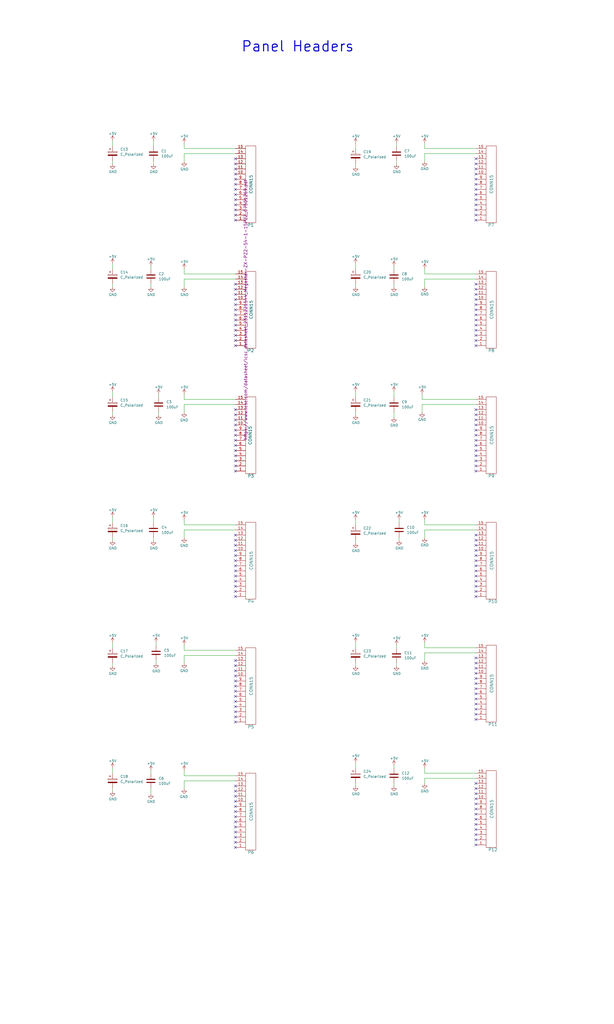
<source format=kicad_sch>
(kicad_sch (version 20231120) (generator "eeschema") (generator_version "8.0")
  (paper "User" 304.8 508)
  (lib_symbols
    (symbol "Device:C" (pin_numbers hide) (pin_names (offset 0.254))
      (property "Reference" "C" (at 0.635 2.54 0))
      (property "Value" "C" (at 0.635 -2.54 0))
      (symbol "C_0_1"
        (polyline (pts (xy -2.032 -0.762) (xy 2.032 -0.762)) (stroke (width 0.508)))
        (polyline (pts (xy -2.032 0.762) (xy 2.032 0.762)) (stroke (width 0.508)))
      )
      (symbol "C_1_1"
        (pin passive line (at 0 3.81 270) (length 2.794) (name "~") (number "1"))
        (pin passive line (at 0 -3.81 90) (length 2.794) (name "~") (number "2"))
      )
    )
    (symbol "Device:C_Polarized" (pin_numbers hide) (pin_names (offset 0.254))
      (property "Reference" "C" (at 0.635 2.54 0))
      (property "Value" "C_Polarized" (at 0.635 -2.54 0))
      (symbol "C_Polarized_0_1"
        (rectangle (start -2.286 0.508) (end 2.286 1.016))
        (polyline (pts (xy -1.778 2.286) (xy -0.762 2.286)))
        (polyline (pts (xy -1.27 2.794) (xy -1.27 1.778)))
        (rectangle (start 2.286 -0.508) (end -2.286 -1.016) (fill (type outline)))
      )
      (symbol "C_Polarized_1_1"
        (pin passive line (at 0 3.81 270) (length 2.794) (name "~") (number "1"))
        (pin passive line (at 0 -3.81 90) (length 2.794) (name "~") (number "2"))
      )
    )
    (symbol "arena_custom:CONN15" (pin_names (offset 1.016))
      (property "Reference" "P" (at -17.78 6.35 0))
      (property "Value" "CONN15" (at 13.97 6.35 0))
      (symbol "CONN15_0_1"
        (rectangle (start -19.05 5.08) (end 19.05 0))
      )
      (symbol "CONN15_1_1"
        (pin passive line (at -17.78 -5.08 90) (length 5.08) (name "~") (number "1"))
        (pin passive line (at 5.08 -5.08 90) (length 5.08) (name "~") (number "10"))
        (pin passive line (at 7.62 -5.08 90) (length 5.08) (name "~") (number "11"))
        (pin passive line (at 10.16 -5.08 90) (length 5.08) (name "~") (number "12"))
        (pin passive line (at 12.7 -5.08 90) (length 5.08) (name "~") (number "13"))
        (pin passive line (at 15.24 -5.08 90) (length 5.08) (name "~") (number "14"))
        (pin passive line (at 17.78 -5.08 90) (length 5.08) (name "~") (number "15"))
        (pin passive line (at -15.24 -5.08 90) (length 5.08) (name "~") (number "2"))
        (pin passive line (at -12.7 -5.08 90) (length 5.08) (name "~") (number "3"))
        (pin passive line (at -10.16 -5.08 90) (length 5.08) (name "~") (number "4"))
        (pin passive line (at -7.62 -5.08 90) (length 5.08) (name "~") (number "5"))
        (pin passive line (at -5.08 -5.08 90) (length 5.08) (name "~") (number "6"))
        (pin passive line (at -2.54 -5.08 90) (length 5.08) (name "~") (number "7"))
        (pin passive line (at 0 -5.08 90) (length 5.08) (name "~") (number "8"))
        (pin passive line (at 2.54 -5.08 90) (length 5.08) (name "~") (number "9"))
      )
    )
    (symbol "power:+5V" (power) (pin_names (offset 0))
      (property "Value" "+5V" (at 0 3.556 0))
      (symbol "+5V_0_1"
        (polyline (pts (xy -0.762 1.27) (xy 0 2.54)))
        (polyline (pts (xy 0 0) (xy 0 2.54)))
        (polyline (pts (xy 0 2.54) (xy 0.762 1.27)))
      )
      (symbol "+5V_1_1"
        (pin power_in line (at 0 0 90) (length 0) hide (name "+5V") (number "1"))
      )
    )
    (symbol "power:GND" (power) (pin_names (offset 0))
      (property "Value" "GND" (at 0 -3.81 0))
      (symbol "GND_0_1"
        (polyline (pts (xy 0 0) (xy 0 -1.27) (xy 1.27 -1.27) (xy 0 -2.54) (xy -1.27 -1.27) (xy 0 -1.27)))
      )
      (symbol "GND_1_1"
        (pin power_in line (at 0 0 270) (length 0) hide (name "GND") (number "1"))
      )
    )
  )
  (bus_alias "PAN3V" (members "RESET" "SCK_0" "MOSI_0" "MISO_0" "SCK_1" "MOSI_1" "MISO_1" "CS_00" "CS_01" "CS_02" "CS_03" "CS_04" "CS_05" "CS_06" "CS_07" "CS_08" "CS_09" "CS_10" "CS_11" "CS_12" "CS_13" "CS_14" "CS_15" "CS_16" "CS_17" "CS_18" "CS_19" "CS_20" "CS_21" "CS_22" "CS_23" "CS_24" "CS_25" "CS_26" "CS_27" "CS_28" "CS_29" "EXT_INT"))
  (bus_alias "PAN5V" (members "SCK_0_P1" "SCK_0_P2" "SCK_0_P3" "SCK_0_P4" "SCK_0_P5" "SCK_0_P5" "SCK_0_P6" "MOSI_0_P1" "MOSI_0_P2" "MOSI_0_P3" "MOSI_0_P4" "MOSI_0_P5" "MOSI_0_P6" "SCK_1_P7" "SCK_1_P8" "SCK_1_P9" "SCK_1_P10" "SCK_1_P11" "SCK_1_P12" "MOSI_1_P7" "MOSI_1_P8" "MOSI_1_P9" "MOSI_1_P10" "MOSI_1_P11" "MOSI_1_P12" "CS_00_P1" "CS_00_P7" "CS_01_P1" "CS_01_P7" "CS_02_P1" "CS_02_P7" "CS_03_P1" "CS_03_P7" "CS_04_P1" "CS_04_P7" "CS_05_P2" "CS_05_P8" "CS_06_P2" "CS_06_P8" "CS_07_P2" "CS_07_P8" "CS_08_P2" "CS_08_P8" "CS_09_P2" "CS_09_P8" "CS_10_P3" "CS_10_P9" "CS_11_P3" "CS_11_P9" "CS_12_P3" "CS_12_P9" "CS_13_P3" "CS_13_P9" "CS_14_P3" "CS_14_P9" "CS_15_P4" "CS_15_P10" "CS_16_P4" "CS_16_P10" "CS_17_P4" "CS_17_P10" "CS_18_P4" "CS_18_P10" "CS_19_P4" "CS_19_P10" "CS_20_P5" "CS_20_P11" "CS_21_P5" "CS_21_P11" "CS_22_P5" "CS_22_P11" "CS_23_P5" "CS_23_P11" "CS_24_P5" "CS_24_P11" "CS_25_P6" "CS_25_P12" "CS_26_P6" "CS_26_P12" "CS_27_P6" "CS_27_P12" "CS_28_P6" "CS_28_P12" "CS_29_P6" "CS_29_P12" "MISO_0" "MISO_1" "RESET" "EXT_INT"))
  (no_connect (at 236.22 208.28))
  (no_connect (at 116.84 140.97))
  (no_connect (at 236.22 267.97))
  (no_connect (at 116.84 78.74))
  (no_connect (at 116.84 101.6))
  (no_connect (at 116.84 358.14))
  (no_connect (at 236.22 153.67))
  (no_connect (at 236.22 393.7))
  (no_connect (at 236.22 403.86))
  (no_connect (at 116.84 389.89))
  (no_connect (at 116.84 267.97))
  (no_connect (at 236.22 326.39))
  (no_connect (at 116.84 412.75))
  (no_connect (at 116.84 153.67))
  (no_connect (at 236.22 354.33))
  (no_connect (at 236.22 93.98))
  (no_connect (at 236.22 109.22))
  (no_connect (at 236.22 213.36))
  (no_connect (at 116.84 148.59))
  (no_connect (at 116.84 273.05))
  (no_connect (at 116.84 213.36))
  (no_connect (at 116.84 392.43))
  (no_connect (at 116.84 96.52))
  (no_connect (at 116.84 106.68))
  (no_connect (at 236.22 163.83))
  (no_connect (at 116.84 283.21))
  (no_connect (at 236.22 215.9))
  (no_connect (at 236.22 280.67))
  (no_connect (at 236.22 143.51))
  (no_connect (at 116.84 275.59))
  (no_connect (at 236.22 166.37))
  (no_connect (at 116.84 353.06))
  (no_connect (at 236.22 346.71))
  (no_connect (at 116.84 158.75))
  (no_connect (at 236.22 293.37))
  (no_connect (at 116.84 143.51))
  (no_connect (at 116.84 171.45))
  (no_connect (at 116.84 290.83))
  (no_connect (at 236.22 275.59))
  (no_connect (at 116.84 91.44))
  (no_connect (at 236.22 88.9))
  (no_connect (at 116.84 265.43))
  (no_connect (at 236.22 78.74))
  (no_connect (at 116.84 231.14))
  (no_connect (at 116.84 228.6))
  (no_connect (at 116.84 86.36))
  (no_connect (at 116.84 203.2))
  (no_connect (at 116.84 280.67))
  (no_connect (at 116.84 109.22))
  (no_connect (at 116.84 270.51))
  (no_connect (at 236.22 265.43))
  (no_connect (at 236.22 210.82))
  (no_connect (at 116.84 93.98))
  (no_connect (at 116.84 210.82))
  (no_connect (at 116.84 394.97))
  (no_connect (at 236.22 148.59))
  (no_connect (at 116.84 146.05))
  (no_connect (at 116.84 350.52))
  (no_connect (at 116.84 168.91))
  (no_connect (at 236.22 388.62))
  (no_connect (at 236.22 414.02))
  (no_connect (at 116.84 226.06))
  (no_connect (at 236.22 290.83))
  (no_connect (at 116.84 99.06))
  (no_connect (at 236.22 146.05))
  (no_connect (at 236.22 96.52))
  (no_connect (at 236.22 99.06))
  (no_connect (at 116.84 278.13))
  (no_connect (at 236.22 356.87))
  (no_connect (at 116.84 288.29))
  (no_connect (at 236.22 288.29))
  (no_connect (at 116.84 340.36))
  (no_connect (at 116.84 295.91))
  (no_connect (at 116.84 208.28))
  (no_connect (at 236.22 83.82))
  (no_connect (at 116.84 327.66))
  (no_connect (at 236.22 231.14))
  (no_connect (at 236.22 158.75))
  (no_connect (at 236.22 273.05))
  (no_connect (at 236.22 398.78))
  (no_connect (at 236.22 411.48))
  (no_connect (at 116.84 81.28))
  (no_connect (at 116.84 83.82))
  (no_connect (at 116.84 420.37))
  (no_connect (at 116.84 400.05))
  (no_connect (at 236.22 331.47))
  (no_connect (at 236.22 205.74))
  (no_connect (at 236.22 328.93))
  (no_connect (at 236.22 140.97))
  (no_connect (at 116.84 104.14))
  (no_connect (at 116.84 205.74))
  (no_connect (at 236.22 104.14))
  (no_connect (at 236.22 295.91))
  (no_connect (at 116.84 163.83))
  (no_connect (at 236.22 334.01))
  (no_connect (at 116.84 293.37))
  (no_connect (at 116.84 397.51))
  (no_connect (at 236.22 416.56))
  (no_connect (at 236.22 171.45))
  (no_connect (at 236.22 339.09))
  (no_connect (at 116.84 345.44))
  (no_connect (at 236.22 203.2))
  (no_connect (at 236.22 161.29))
  (no_connect (at 236.22 401.32))
  (no_connect (at 116.84 405.13))
  (no_connect (at 116.84 347.98))
  (no_connect (at 236.22 106.68))
  (no_connect (at 236.22 226.06))
  (no_connect (at 116.84 332.74))
  (no_connect (at 116.84 335.28))
  (no_connect (at 116.84 415.29))
  (no_connect (at 236.22 408.94))
  (no_connect (at 116.84 161.29))
  (no_connect (at 116.84 330.2))
  (no_connect (at 236.22 419.1))
  (no_connect (at 236.22 396.24))
  (no_connect (at 236.22 86.36))
  (no_connect (at 236.22 391.16))
  (no_connect (at 116.84 220.98))
  (no_connect (at 236.22 228.6))
  (no_connect (at 236.22 233.68))
  (no_connect (at 116.84 223.52))
  (no_connect (at 236.22 218.44))
  (no_connect (at 236.22 220.98))
  (no_connect (at 116.84 285.75))
  (no_connect (at 116.84 410.21))
  (no_connect (at 236.22 351.79))
  (no_connect (at 116.84 218.44))
  (no_connect (at 236.22 101.6))
  (no_connect (at 116.84 407.67))
  (no_connect (at 116.84 337.82))
  (no_connect (at 236.22 151.13))
  (no_connect (at 236.22 336.55))
  (no_connect (at 116.84 156.21))
  (no_connect (at 236.22 349.25))
  (no_connect (at 116.84 417.83))
  (no_connect (at 116.84 233.68))
  (no_connect (at 236.22 406.4))
  (no_connect (at 236.22 223.52))
  (no_connect (at 116.84 215.9))
  (no_connect (at 116.84 342.9))
  (no_connect (at 116.84 151.13))
  (no_connect (at 116.84 402.59))
  (no_connect (at 236.22 91.44))
  (no_connect (at 236.22 278.13))
  (no_connect (at 236.22 341.63))
  (no_connect (at 236.22 283.21))
  (no_connect (at 116.84 166.37))
  (no_connect (at 236.22 156.21))
  (no_connect (at 236.22 81.28))
  (no_connect (at 116.84 88.9))
  (no_connect (at 236.22 168.91))
  (no_connect (at 236.22 344.17))
  (no_connect (at 236.22 270.51))
  (no_connect (at 236.22 285.75))
  (no_connect (at 116.84 355.6))
  (wire (pts (xy 198.12 257.81) (xy 198.12 259.08)))
  (wire (pts (xy 176.53 257.81) (xy 176.53 260.35)))
  (wire (pts (xy 210.82 386.08) (xy 236.22 386.08)))
  (wire (pts (xy 91.44 384.81) (xy 116.84 384.81)))
  (wire (pts (xy 210.82 323.85) (xy 210.82 327.66)))
  (wire (pts (xy 91.44 195.58) (xy 91.44 198.12)))
  (wire (pts (xy 195.58 142.24) (xy 195.58 140.97)))
  (wire (pts (xy 91.44 325.12) (xy 91.44 328.93)))
  (wire (pts (xy 91.44 262.89) (xy 91.44 266.7)))
  (wire (pts (xy 55.88 381) (xy 55.88 383.54)))
  (wire (pts (xy 91.44 198.12) (xy 116.84 198.12)))
  (wire (pts (xy 55.88 318.77) (xy 55.88 321.31)))
  (wire (pts (xy 91.44 322.58) (xy 116.84 322.58)))
  (wire (pts (xy 91.44 320.04) (xy 91.44 322.58)))
  (wire (pts (xy 91.44 387.35) (xy 116.84 387.35)))
  (wire (pts (xy 176.53 130.81) (xy 176.53 133.35)))
  (wire (pts (xy 196.85 320.04) (xy 196.85 321.31)))
  (wire (pts (xy 209.55 195.58) (xy 209.55 198.12)))
  (wire (pts (xy 76.2 80.01) (xy 76.2 81.28)))
  (wire (pts (xy 209.55 200.66) (xy 209.55 204.47)))
  (wire (pts (xy 91.44 382.27) (xy 91.44 384.81)))
  (wire (pts (xy 91.44 260.35) (xy 116.84 260.35)))
  (wire (pts (xy 55.88 328.93) (xy 55.88 330.2)))
  (wire (pts (xy 91.44 133.35) (xy 91.44 135.89)))
  (wire (pts (xy 176.53 388.62) (xy 176.53 389.89)))
  (wire (pts (xy 196.85 80.01) (xy 196.85 81.28)))
  (wire (pts (xy 55.88 130.81) (xy 55.88 133.35)))
  (wire (pts (xy 210.82 71.12) (xy 210.82 73.66)))
  (wire (pts (xy 91.44 200.66) (xy 116.84 200.66)))
  (wire (pts (xy 74.93 391.16) (xy 74.93 393.7)))
  (wire (pts (xy 176.53 318.77) (xy 176.53 321.31)))
  (wire (pts (xy 76.2 69.85) (xy 76.2 72.39)))
  (polyline (pts (xy 202.057 388.366) (xy 202.057 388.493)))
  (wire (pts (xy 176.53 81.28) (xy 176.53 82.55)))
  (wire (pts (xy 198.12 266.7) (xy 198.12 267.97)))
  (wire (pts (xy 196.85 328.93) (xy 196.85 330.2)))
  (wire (pts (xy 195.58 379.73) (xy 195.58 381)))
  (wire (pts (xy 55.88 140.97) (xy 55.88 142.24)))
  (wire (pts (xy 74.93 382.27) (xy 74.93 383.54)))
  (wire (pts (xy 210.82 138.43) (xy 236.22 138.43)))
  (wire (pts (xy 210.82 257.81) (xy 210.82 260.35)))
  (wire (pts (xy 210.82 73.66) (xy 236.22 73.66)))
  (wire (pts (xy 91.44 73.66) (xy 116.84 73.66)))
  (wire (pts (xy 176.53 71.12) (xy 176.53 73.66)))
  (wire (pts (xy 91.44 262.89) (xy 116.84 262.89)))
  (wire (pts (xy 209.55 200.66) (xy 236.22 200.66)))
  (wire (pts (xy 78.74 195.58) (xy 78.74 196.85)))
  (wire (pts (xy 210.82 321.31) (xy 236.22 321.31)))
  (wire (pts (xy 210.82 260.35) (xy 236.22 260.35)))
  (wire (pts (xy 91.44 138.43) (xy 116.84 138.43)))
  (wire (pts (xy 55.88 266.7) (xy 55.88 267.97)))
  (wire (pts (xy 210.82 386.08) (xy 210.82 388.62)))
  (wire (pts (xy 210.82 262.89) (xy 210.82 266.7)))
  (wire (pts (xy 78.74 204.47) (xy 78.74 205.74)))
  (wire (pts (xy 210.82 262.89) (xy 236.22 262.89)))
  (wire (pts (xy 77.47 318.77) (xy 77.47 320.04)))
  (wire (pts (xy 55.88 256.54) (xy 55.88 259.08)))
  (wire (pts (xy 209.55 198.12) (xy 236.22 198.12)))
  (wire (pts (xy 91.44 257.81) (xy 91.44 260.35)))
  (wire (pts (xy 210.82 76.2) (xy 210.82 80.01)))
  (wire (pts (xy 210.82 323.85) (xy 236.22 323.85)))
  (wire (pts (xy 55.88 80.01) (xy 55.88 81.28)))
  (wire (pts (xy 176.53 267.97) (xy 176.53 269.24)))
  (wire (pts (xy 210.82 135.89) (xy 236.22 135.89)))
  (wire (pts (xy 210.82 383.54) (xy 236.22 383.54)))
  (wire (pts (xy 195.58 204.47) (xy 195.58 207.01)))
  (wire (pts (xy 74.93 132.08) (xy 74.93 133.35)))
  (wire (pts (xy 176.53 328.93) (xy 176.53 330.2)))
  (wire (pts (xy 195.58 194.31) (xy 195.58 196.85)))
  (wire (pts (xy 210.82 138.43) (xy 210.82 142.24)))
  (wire (pts (xy 91.44 387.35) (xy 91.44 391.16)))
  (wire (pts (xy 76.2 256.54) (xy 76.2 259.08)))
  (wire (pts (xy 91.44 200.66) (xy 91.44 204.47)))
  (wire (pts (xy 91.44 76.2) (xy 91.44 80.01)))
  (wire (pts (xy 210.82 318.77) (xy 210.82 321.31)))
  (wire (pts (xy 176.53 140.97) (xy 176.53 142.24)))
  (wire (pts (xy 91.44 76.2) (xy 116.84 76.2)))
  (wire (pts (xy 195.58 132.08) (xy 195.58 133.35)))
  (wire (pts (xy 210.82 133.35) (xy 210.82 135.89)))
  (wire (pts (xy 176.53 194.31) (xy 176.53 196.85)))
  (wire (pts (xy 91.44 138.43) (xy 91.44 142.24)))
  (wire (pts (xy 76.2 266.7) (xy 76.2 267.97)))
  (wire (pts (xy 210.82 76.2) (xy 236.22 76.2)))
  (wire (pts (xy 77.47 327.66) (xy 77.47 328.93)))
  (wire (pts (xy 74.93 140.97) (xy 74.93 142.24)))
  (wire (pts (xy 196.85 71.12) (xy 196.85 72.39)))
  (wire (pts (xy 210.82 381) (xy 210.82 383.54)))
  (wire (pts (xy 91.44 135.89) (xy 116.84 135.89)))
  (wire (pts (xy 91.44 325.12) (xy 116.84 325.12)))
  (wire (pts (xy 91.44 71.12) (xy 91.44 73.66)))
  (wire (pts (xy 55.88 194.31) (xy 55.88 196.85)))
  (wire (pts (xy 55.88 391.16) (xy 55.88 392.43)))
  (wire (pts (xy 55.88 204.47) (xy 55.88 205.74)))
  (wire (pts (xy 195.58 388.62) (xy 195.58 389.89)))
  (wire (pts (xy 55.88 69.85) (xy 55.88 72.39)))
  (wire (pts (xy 176.53 378.46) (xy 176.53 381)))
  (wire (pts (xy 176.53 204.47) (xy 176.53 205.74)))
  (text "Panel Headers" (at 119.634 26.162 0) (effects (font (size 5.08 5.08) (thickness 0.508) (bold yes)) (justify left bottom)))
  (symbol (lib_id "power:GND") (at 210.82 80.01 0) (unit 1)
    (property "Reference" "#PWR044" (effects (hide yes)))
    (property "Value" "GND" (at 210.82 83.693 0))
  )
  (symbol (lib_id "power:+5V") (at 91.44 382.27 0) (unit 1)
    (property "Reference" "#PWR038" (effects (hide yes)))
    (property "Value" "+5V" (at 91.44 378.714 0))
  )
  (symbol (lib_id "Device:C") (at 195.58 137.16 0) (unit 1)
    (property "Reference" "C8" (at 199.39 135.8899 0) (effects (justify left)))
    (property "Value" "100uF" (at 199.39 138.4299 0) (effects (justify left)))
    (property "Footprint" "Capacitor_SMD:C_1210_3225Metric" (effects (hide yes)))
    (property "Datasheet" "https://www.lcsc.com/datasheet/lcsc_datasheet_2403201122_Chinocera-HGC1210R5107M160NSVK_C7432790.pdf" (effects (hide yes)))
    (property "LCSC Part #" "C7432790" (effects (hide yes)))
    (property "MPN" "HGC1210R5107M160NSVK" (effects (hide yes)))
  )
  (symbol (lib_id "arena_custom:CONN15") (at 121.92 340.36 270) (mirror x) (unit 1)
    (property "Reference" "P5" (at 122.936 360.553 90) (effects (font (size 1.524 1.524)) (justify left)))
    (property "Value" "CONN15" (at 124.714 345.059 0) (effects (font (size 1.524 1.524)) (justify left)))
    (property "Footprint" "arena_custom:HEADER_TOP" (effects (hide yes)))
    (property "Datasheet" "https://www.lcsc.com/datasheet/lcsc_datasheet_2311221544_Megastar-ZX-PZ2-54-1-15PZZ_C7501269.pdf" (effects (hide yes)))
    (property "DigiKey PN" "S1011EC-40-ND" (effects (hide yes)))
    (property "LCSC Part #" "C7501269" (effects (hide yes)))
    (property "MPN" "PRPC040SAAN-RC" (effects (hide yes)))
  )
  (symbol (lib_id "power:+5V") (at 55.88 318.77 0) (unit 1)
    (property "Reference" "#PWR017" (effects (hide yes)))
    (property "Value" "+5V" (at 55.88 315.214 0))
  )
  (symbol (lib_id "Device:C_Polarized") (at 55.88 76.2 0) (unit 1)
    (property "Reference" "C13" (at 59.69 74.0409 0) (effects (justify left)))
    (property "Value" "C_Polarized" (at 59.69 76.5809 0) (effects (justify left)))
    (property "Footprint" "Capacitor_THT:CP_Radial_D8.0mm_P2.50mm" (effects (hide yes)))
    (property "Datasheet" "https://octopart.com/datasheet/16yxf100mefc6.3x11-rubycon-19941780" (effects (hide yes)))
    (property "Description" "Polarized capacitor" (effects (hide yes)))
    (property "DigiKey PN" "1189-1856-ND" (effects (hide yes)))
    (property "LCSC Part #" " C338173" (effects (hide yes)))
    (property "MPN" "16YXF100MEFC6.3X11" (effects (hide yes)))
  )
  (symbol (lib_id "power:GND") (at 91.44 142.24 0) (unit 1)
    (property "Reference" "#PWR051" (effects (hide yes)))
    (property "Value" "GND" (at 91.567 146.177 0))
  )
  (symbol (lib_id "power:GND") (at 74.93 393.7 0) (unit 1)
    (property "Reference" "#PWR090" (effects (hide yes)))
    (property "Value" "GND" (at 75.057 397.637 0))
  )
  (symbol (lib_id "Device:C_Polarized") (at 55.88 200.66 0) (unit 1)
    (property "Reference" "C15" (at 59.69 198.5009 0) (effects (justify left)))
    (property "Value" "C_Polarized" (at 59.69 201.0409 0) (effects (justify left)))
    (property "Footprint" "Capacitor_THT:CP_Radial_D8.0mm_P2.50mm" (effects (hide yes)))
    (property "Datasheet" "https://octopart.com/datasheet/16yxf100mefc6.3x11-rubycon-19941780" (effects (hide yes)))
    (property "Description" "Polarized capacitor" (effects (hide yes)))
    (property "DigiKey PN" "1189-1856-ND" (effects (hide yes)))
    (property "LCSC Part #" " C338173" (effects (hide yes)))
    (property "MPN" "16YXF100MEFC6.3X11" (effects (hide yes)))
  )
  (symbol (lib_id "power:+5V") (at 55.88 381 0) (unit 1)
    (property "Reference" "#PWR019" (effects (hide yes)))
    (property "Value" "+5V" (at 55.88 377.444 0))
  )
  (symbol (lib_id "Device:C") (at 198.12 262.89 0) (unit 1)
    (property "Reference" "C10" (at 201.93 261.6199 0) (effects (justify left)))
    (property "Value" "100uF" (at 201.93 264.1599 0) (effects (justify left)))
    (property "Footprint" "Capacitor_SMD:C_1210_3225Metric" (effects (hide yes)))
    (property "Datasheet" "https://www.lcsc.com/datasheet/lcsc_datasheet_2403201122_Chinocera-HGC1210R5107M160NSVK_C7432790.pdf" (effects (hide yes)))
    (property "LCSC Part #" "C7432790" (effects (hide yes)))
    (property "MPN" "HGC1210R5107M160NSVK" (effects (hide yes)))
  )
  (symbol (lib_id "power:GND") (at 195.58 142.24 0) (unit 1)
    (property "Reference" "#PWR094" (effects (hide yes)))
    (property "Value" "GND" (at 195.707 146.177 0))
  )
  (symbol (lib_id "Device:C") (at 76.2 76.2 0) (unit 1)
    (property "Reference" "C1" (at 80.01 74.9299 0) (effects (justify left)))
    (property "Value" "100uF" (at 80.01 77.4699 0) (effects (justify left)))
    (property "Footprint" "Capacitor_SMD:C_1210_3225Metric" (effects (hide yes)))
    (property "Datasheet" "https://www.lcsc.com/datasheet/lcsc_datasheet_2403201122_Chinocera-HGC1210R5107M160NSVK_C7432790.pdf" (effects (hide yes)))
    (property "LCSC Part #" "C7432790" (effects (hide yes)))
    (property "MPN" "HGC1210R5107M160NSVK" (effects (hide yes)))
  )
  (symbol (lib_id "power:+5V") (at 195.58 132.08 0) (unit 1)
    (property "Reference" "#PWR093" (effects (hide yes)))
    (property "Value" "+5V" (at 195.58 128.524 0))
  )
  (symbol (lib_id "power:+5V") (at 176.53 130.81 0) (unit 1)
    (property "Reference" "#PWR027" (effects (hide yes)))
    (property "Value" "+5V" (at 176.53 127.254 0))
  )
  (symbol (lib_id "power:GND") (at 196.85 81.28 0) (unit 1)
    (property "Reference" "#PWR092" (effects (hide yes)))
    (property "Value" "GND" (at 196.977 85.217 0))
  )
  (symbol (lib_id "Device:C_Polarized") (at 55.88 137.16 0) (unit 1)
    (property "Reference" "C14" (at 59.69 135.0009 0) (effects (justify left)))
    (property "Value" "C_Polarized" (at 59.69 137.5409 0) (effects (justify left)))
    (property "Footprint" "Capacitor_THT:CP_Radial_D8.0mm_P2.50mm" (effects (hide yes)))
    (property "Datasheet" "https://octopart.com/datasheet/16yxf100mefc6.3x11-rubycon-19941780" (effects (hide yes)))
    (property "Description" "Polarized capacitor" (effects (hide yes)))
    (property "DigiKey PN" "1189-1856-ND" (effects (hide yes)))
    (property "LCSC Part #" " C338173" (effects (hide yes)))
    (property "MPN" "16YXF100MEFC6.3X11" (effects (hide yes)))
  )
  (symbol (lib_id "Device:C_Polarized") (at 176.53 325.12 0) (unit 1)
    (property "Reference" "C23" (at 180.34 322.9609 0) (effects (justify left)))
    (property "Value" "C_Polarized" (at 180.34 325.5009 0) (effects (justify left)))
    (property "Footprint" "Capacitor_THT:CP_Radial_D8.0mm_P2.50mm" (effects (hide yes)))
    (property "Datasheet" "https://octopart.com/datasheet/16yxf100mefc6.3x11-rubycon-19941780" (effects (hide yes)))
    (property "Description" "Polarized capacitor" (effects (hide yes)))
    (property "DigiKey PN" "1189-1856-ND" (effects (hide yes)))
    (property "LCSC Part #" " C338173" (effects (hide yes)))
    (property "MPN" "16YXF100MEFC6.3X11" (effects (hide yes)))
  )
  (symbol (lib_id "power:GND") (at 91.44 391.16 0) (unit 1)
    (property "Reference" "#PWR059" (effects (hide yes)))
    (property "Value" "GND" (at 91.313 395.224 0))
  )
  (symbol (lib_id "arena_custom:CONN15") (at 121.92 278.13 270) (mirror x) (unit 1)
    (property "Reference" "P4" (at 122.936 298.323 90) (effects (font (size 1.524 1.524)) (justify left)))
    (property "Value" "CONN15" (at 124.714 282.829 0) (effects (font (size 1.524 1.524)) (justify left)))
    (property "Footprint" "arena_custom:HEADER_TOP" (effects (hide yes)))
    (property "Datasheet" "https://www.lcsc.com/datasheet/lcsc_datasheet_2311221544_Megastar-ZX-PZ2-54-1-15PZZ_C7501269.pdf" (effects (hide yes)))
    (property "DigiKey PN" "S1011EC-40-ND" (effects (hide yes)))
    (property "LCSC Part #" "C7501269" (effects (hide yes)))
    (property "MPN" "PRPC040SAAN-RC" (effects (hide yes)))
  )
  (symbol (lib_id "Device:C_Polarized") (at 176.53 77.47 0) (unit 1)
    (property "Reference" "C19" (at 180.34 75.3109 0) (effects (justify left)))
    (property "Value" "C_Polarized" (at 180.34 77.8509 0) (effects (justify left)))
    (property "Footprint" "Capacitor_THT:CP_Radial_D8.0mm_P2.50mm" (effects (hide yes)))
    (property "Datasheet" "https://octopart.com/datasheet/16yxf100mefc6.3x11-rubycon-19941780" (effects (hide yes)))
    (property "Description" "Polarized capacitor" (effects (hide yes)))
    (property "DigiKey PN" "1189-1856-ND" (effects (hide yes)))
    (property "LCSC Part #" " C338173" (effects (hide yes)))
    (property "MPN" "16YXF100MEFC6.3X11" (effects (hide yes)))
  )
  (symbol (lib_id "power:GND") (at 74.93 142.24 0) (unit 1)
    (property "Reference" "#PWR082" (effects (hide yes)))
    (property "Value" "GND" (at 75.057 146.177 0))
  )
  (symbol (lib_id "power:GND") (at 91.44 266.7 0) (unit 1)
    (property "Reference" "#PWR055" (effects (hide yes)))
    (property "Value" "GND" (at 91.44 270.637 0))
  )
  (symbol (lib_id "power:+5V") (at 210.82 381 0) (unit 1)
    (property "Reference" "#PWR058" (effects (hide yes)))
    (property "Value" "+5V" (at 210.82 377.444 0))
  )
  (symbol (lib_id "power:+5V") (at 91.44 71.12 0) (unit 1)
    (property "Reference" "#PWR02" (effects (hide yes)))
    (property "Value" "+5V" (at 91.44 67.564 0))
  )
  (symbol (lib_id "power:+5V") (at 210.82 71.12 0) (unit 1)
    (property "Reference" "#PWR078" (effects (hide yes)))
    (property "Value" "+5V" (at 210.82 67.564 0))
  )
  (symbol (lib_id "power:+5V") (at 77.47 318.77 0) (unit 1)
    (property "Reference" "#PWR087" (effects (hide yes)))
    (property "Value" "+5V" (at 77.47 315.214 0))
  )
  (symbol (lib_id "arena_custom:CONN15") (at 241.3 339.09 270) (mirror x) (unit 1)
    (property "Reference" "P11" (at 242.316 359.283 90) (effects (font (size 1.524 1.524)) (justify left)))
    (property "Value" "CONN15" (at 244.094 343.789 0) (effects (font (size 1.524 1.524)) (justify left)))
    (property "Footprint" "arena_custom:HEADER_TOP" (effects (hide yes)))
    (property "Datasheet" "https://www.lcsc.com/datasheet/lcsc_datasheet_2311221544_Megastar-ZX-PZ2-54-1-15PZZ_C7501269.pdf" (effects (hide yes)))
    (property "DigiKey PN" "S1011EC-40-ND" (effects (hide yes)))
    (property "LCSC Part #" "C7501269" (effects (hide yes)))
    (property "MPN" "PRPC040SAAN-RC" (effects (hide yes)))
  )
  (symbol (lib_id "power:GND") (at 55.88 205.74 0) (unit 1)
    (property "Reference" "#PWR014" (effects (hide yes)))
    (property "Value" "GND" (at 56.007 209.677 0))
  )
  (symbol (lib_id "Device:C") (at 76.2 262.89 0) (unit 1)
    (property "Reference" "C4" (at 80.137 261.6199 0) (effects (justify left)))
    (property "Value" "100uF" (at 80.137 264.1599 0) (effects (justify left)))
    (property "Footprint" "Capacitor_SMD:C_1210_3225Metric" (effects (hide yes)))
    (property "Datasheet" "https://www.lcsc.com/datasheet/lcsc_datasheet_2403201122_Chinocera-HGC1210R5107M160NSVK_C7432790.pdf" (effects (hide yes)))
    (property "LCSC Part #" "C7432790" (effects (hide yes)))
    (property "MPN" "HGC1210R5107M160NSVK" (effects (hide yes)))
  )
  (symbol (lib_id "Device:C") (at 195.58 200.66 0) (unit 1)
    (property "Reference" "C9" (at 199.39 199.3899 0) (effects (justify left)))
    (property "Value" "100uF" (at 199.39 201.9299 0) (effects (justify left)))
    (property "Footprint" "Capacitor_SMD:C_1210_3225Metric" (effects (hide yes)))
    (property "Datasheet" "https://www.lcsc.com/datasheet/lcsc_datasheet_2403201122_Chinocera-HGC1210R5107M160NSVK_C7432790.pdf" (effects (hide yes)))
    (property "LCSC Part #" "C7432790" (effects (hide yes)))
    (property "MPN" "HGC1210R5107M160NSVK" (effects (hide yes)))
  )
  (symbol (lib_id "power:GND") (at 55.88 392.43 0) (unit 1)
    (property "Reference" "#PWR020" (effects (hide yes)))
    (property "Value" "GND" (at 56.007 396.367 0))
  )
  (symbol (lib_id "Device:C_Polarized") (at 176.53 200.66 0) (unit 1)
    (property "Reference" "C21" (at 180.34 198.5009 0) (effects (justify left)))
    (property "Value" "C_Polarized" (at 180.34 201.0409 0) (effects (justify left)))
    (property "Footprint" "Capacitor_THT:CP_Radial_D8.0mm_P2.50mm" (effects (hide yes)))
    (property "Datasheet" "https://octopart.com/datasheet/16yxf100mefc6.3x11-rubycon-19941780" (effects (hide yes)))
    (property "Description" "Polarized capacitor" (effects (hide yes)))
    (property "DigiKey PN" "1189-1856-ND" (effects (hide yes)))
    (property "LCSC Part #" " C338173" (effects (hide yes)))
    (property "MPN" "16YXF100MEFC6.3X11" (effects (hide yes)))
  )
  (symbol (lib_id "power:GND") (at 210.82 327.66 0) (unit 1)
    (property "Reference" "#PWR048" (effects (hide yes)))
    (property "Value" "GND" (at 210.82 331.47 0))
  )
  (symbol (lib_id "power:GND") (at 195.58 207.01 0) (unit 1)
    (property "Reference" "#PWR096" (effects (hide yes)))
    (property "Value" "GND" (at 195.707 210.947 0))
  )
  (symbol (lib_id "power:GND") (at 77.47 328.93 0) (unit 1)
    (property "Reference" "#PWR088" (effects (hide yes)))
    (property "Value" "GND" (at 77.597 332.867 0))
  )
  (symbol (lib_id "power:GND") (at 210.82 266.7 0) (unit 1)
    (property "Reference" "#PWR047" (effects (hide yes)))
    (property "Value" "GND" (at 210.82 270.383 0))
  )
  (symbol (lib_id "Device:C") (at 78.74 200.66 0) (unit 1)
    (property "Reference" "C3" (at 82.55 199.3899 0) (effects (justify left)))
    (property "Value" "100uF" (at 82.55 201.9299 0) (effects (justify left)))
    (property "Footprint" "Capacitor_SMD:C_1210_3225Metric" (effects (hide yes)))
    (property "Datasheet" "https://www.lcsc.com/datasheet/lcsc_datasheet_2403201122_Chinocera-HGC1210R5107M160NSVK_C7432790.pdf" (effects (hide yes)))
    (property "LCSC Part #" "C7432790" (effects (hide yes)))
    (property "MPN" "HGC1210R5107M160NSVK" (effects (hide yes)))
  )
  (symbol (lib_id "power:+5V") (at 196.85 71.12 0) (unit 1)
    (property "Reference" "#PWR091" (effects (hide yes)))
    (property "Value" "+5V" (at 196.85 67.564 0))
  )
  (symbol (lib_id "power:GND") (at 198.12 267.97 0) (unit 1)
    (property "Reference" "#PWR098" (effects (hide yes)))
    (property "Value" "GND" (at 198.247 271.907 0))
  )
  (symbol (lib_id "power:GND") (at 76.2 81.28 0) (unit 1)
    (property "Reference" "#PWR080" (effects (hide yes)))
    (property "Value" "GND" (at 76.327 85.217 0))
  )
  (symbol (lib_id "power:+5V") (at 198.12 257.81 0) (unit 1)
    (property "Reference" "#PWR097" (effects (hide yes)))
    (property "Value" "+5V" (at 198.12 254.254 0))
  )
  (symbol (lib_id "power:GND") (at 55.88 81.28 0) (unit 1)
    (property "Reference" "#PWR05" (effects (hide yes)))
    (property "Value" "GND" (at 56.007 85.217 0))
  )
  (symbol (lib_id "power:+5V") (at 195.58 379.73 0) (unit 1)
    (property "Reference" "#PWR0101" (effects (hide yes)))
    (property "Value" "+5V" (at 195.58 376.174 0))
  )
  (symbol (lib_id "arena_custom:CONN15") (at 241.3 215.9 270) (mirror x) (unit 1)
    (property "Reference" "P9" (at 242.316 236.093 90) (effects (font (size 1.524 1.524)) (justify left)))
    (property "Value" "CONN15" (at 244.094 220.599 0) (effects (font (size 1.524 1.524)) (justify left)))
    (property "Footprint" "arena_custom:HEADER_TOP" (effects (hide yes)))
    (property "Datasheet" "https://www.lcsc.com/datasheet/lcsc_datasheet_2311221544_Megastar-ZX-PZ2-54-1-15PZZ_C7501269.pdf" (effects (hide yes)))
    (property "DigiKey PN" "S1011EC-40-ND" (effects (hide yes)))
    (property "LCSC Part #" "C7501269" (effects (hide yes)))
    (property "MPN" "PRPC040SAAN-RC" (effects (hide yes)))
  )
  (symbol (lib_id "power:+5V") (at 195.58 194.31 0) (unit 1)
    (property "Reference" "#PWR095" (effects (hide yes)))
    (property "Value" "+5V" (at 195.58 190.754 0))
  )
  (symbol (lib_id "Device:C") (at 74.93 387.35 0) (unit 1)
    (property "Reference" "C6" (at 78.74 386.0799 0) (effects (justify left)))
    (property "Value" "100uF" (at 78.74 388.6199 0) (effects (justify left)))
    (property "Footprint" "Capacitor_SMD:C_1210_3225Metric" (effects (hide yes)))
    (property "Datasheet" "https://www.lcsc.com/datasheet/lcsc_datasheet_2403201122_Chinocera-HGC1210R5107M160NSVK_C7432790.pdf" (effects (hide yes)))
    (property "LCSC Part #" "C7432790" (effects (hide yes)))
    (property "MPN" "HGC1210R5107M160NSVK" (effects (hide yes)))
  )
  (symbol (lib_id "arena_custom:CONN15") (at 121.92 402.59 270) (mirror x) (unit 1)
    (property "Reference" "P6" (at 122.936 422.783 90) (effects (font (size 1.524 1.524)) (justify left)))
    (property "Value" "CONN15" (at 124.714 407.289 0) (effects (font (size 1.524 1.524)) (justify left)))
    (property "Footprint" "arena_custom:HEADER_TOP" (effects (hide yes)))
    (property "Datasheet" "https://www.lcsc.com/datasheet/lcsc_datasheet_2311221544_Megastar-ZX-PZ2-54-1-15PZZ_C7501269.pdf" (effects (hide yes)))
    (property "DigiKey PN" "S1011EC-40-ND" (effects (hide yes)))
    (property "LCSC Part #" "C7501269" (effects (hide yes)))
    (property "MPN" "PRPC040SAAN-RC" (effects (hide yes)))
  )
  (symbol (lib_id "power:GND") (at 55.88 330.2 0) (unit 1)
    (property "Reference" "#PWR018" (effects (hide yes)))
    (property "Value" "GND" (at 56.007 334.137 0))
  )
  (symbol (lib_id "power:GND") (at 91.44 328.93 0) (unit 1)
    (property "Reference" "#PWR057" (effects (hide yes)))
    (property "Value" "GND" (at 91.44 332.74 0))
  )
  (symbol (lib_id "Device:C_Polarized") (at 176.53 137.16 0) (unit 1)
    (property "Reference" "C20" (at 180.34 135.0009 0) (effects (justify left)))
    (property "Value" "C_Polarized" (at 180.34 137.5409 0) (effects (justify left)))
    (property "Footprint" "Capacitor_THT:CP_Radial_D8.0mm_P2.50mm" (effects (hide yes)))
    (property "Datasheet" "https://octopart.com/datasheet/16yxf100mefc6.3x11-rubycon-19941780" (effects (hide yes)))
    (property "Description" "Polarized capacitor" (effects (hide yes)))
    (property "DigiKey PN" "1189-1856-ND" (effects (hide yes)))
    (property "LCSC Part #" " C338173" (effects (hide yes)))
    (property "MPN" "16YXF100MEFC6.3X11" (effects (hide yes)))
  )
  (symbol (lib_id "power:+5V") (at 76.2 256.54 0) (unit 1)
    (property "Reference" "#PWR085" (effects (hide yes)))
    (property "Value" "+5V" (at 76.2 252.984 0))
  )
  (symbol (lib_id "arena_custom:CONN15") (at 241.3 401.32 270) (mirror x) (unit 1)
    (property "Reference" "P12" (at 242.316 421.513 90) (effects (font (size 1.524 1.524)) (justify left)))
    (property "Value" "CONN15" (at 244.094 406.019 0) (effects (font (size 1.524 1.524)) (justify left)))
    (property "Footprint" "arena_custom:HEADER_TOP" (effects (hide yes)))
    (property "Datasheet" "https://www.lcsc.com/datasheet/lcsc_datasheet_2311221544_Megastar-ZX-PZ2-54-1-15PZZ_C7501269.pdf" (effects (hide yes)))
    (property "DigiKey PN" "S1011EC-40-ND" (effects (hide yes)))
    (property "LCSC Part #" "C7501269" (effects (hide yes)))
    (property "MPN" "PRPC040SAAN-RC" (effects (hide yes)))
  )
  (symbol (lib_id "power:+5V") (at 74.93 132.08 0) (unit 1)
    (property "Reference" "#PWR081" (effects (hide yes)))
    (property "Value" "+5V" (at 74.93 128.524 0))
  )
  (symbol (lib_id "arena_custom:CONN15") (at 121.92 91.44 270) (mirror x) (unit 1)
    (property "Reference" "P1" (at 122.809 111.633 90) (effects (font (size 1.524 1.524)) (justify left)))
    (property "Value" "CONN15" (at 124.587 96.139 0) (effects (font (size 1.524 1.524)) (justify left)))
    (property "Footprint" "arena_custom:HEADER_TOP" (effects (hide yes)))
    (property "Datasheet" "https://www.lcsc.com/datasheet/lcsc_datasheet_2311221544_Megastar-ZX-PZ2-54-1-15PZZ_C7501269.pdf" (effects (hide yes)))
    (property "DigiKey PN" "S1011EC-40-ND" (effects (hide yes)))
    (property "LCSC Part #" "C7501269" (effects (hide yes)))
    (property "MPN" "PRPC040SAAN-RC" (effects (hide yes)))
  )
  (symbol (lib_id "Device:C") (at 74.93 137.16 0) (unit 1)
    (property "Reference" "C2" (at 78.74 135.8899 0) (effects (justify left)))
    (property "Value" "100uF" (at 78.74 138.4299 0) (effects (justify left)))
    (property "Footprint" "Capacitor_SMD:C_1210_3225Metric" (effects (hide yes)))
    (property "Datasheet" "https://www.lcsc.com/datasheet/lcsc_datasheet_2403201122_Chinocera-HGC1210R5107M160NSVK_C7432790.pdf" (effects (hide yes)))
    (property "LCSC Part #" "C7432790" (effects (hide yes)))
    (property "MPN" "HGC1210R5107M160NSVK" (effects (hide yes)))
  )
  (symbol (lib_id "power:GND") (at 55.88 142.24 0) (unit 1)
    (property "Reference" "#PWR07" (effects (hide yes)))
    (property "Value" "GND" (at 56.007 146.177 0))
  )
  (symbol (lib_id "power:+5V") (at 91.44 133.35 0) (unit 1)
    (property "Reference" "#PWR021" (effects (hide yes)))
    (property "Value" "+5V" (at 91.44 129.794 0))
  )
  (symbol (lib_id "arena_custom:CONN15") (at 241.3 153.67 270) (mirror x) (unit 1)
    (property "Reference" "P8" (at 242.316 173.863 90) (effects (font (size 1.524 1.524)) (justify left)))
    (property "Value" "CONN15" (at 244.094 158.369 0) (effects (font (size 1.524 1.524)) (justify left)))
    (property "Footprint" "arena_custom:HEADER_TOP" (effects (hide yes)))
    (property "Datasheet" "https://www.lcsc.com/datasheet/lcsc_datasheet_2311221544_Megastar-ZX-PZ2-54-1-15PZZ_C7501269.pdf" (effects (hide yes)))
    (property "DigiKey PN" "S1011EC-40-ND" (effects (hide yes)))
    (property "LCSC Part #" "C7501269" (effects (hide yes)))
    (property "MPN" "PRPC040SAAN-RC" (effects (hide yes)))
  )
  (symbol (lib_id "power:+5V") (at 55.88 194.31 0) (unit 1)
    (property "Reference" "#PWR012" (effects (hide yes)))
    (property "Value" "+5V" (at 55.88 190.754 0))
  )
  (symbol (lib_id "Device:C") (at 196.85 76.2 0) (unit 1)
    (property "Reference" "C7" (at 200.66 74.9299 0) (effects (justify left)))
    (property "Value" "100uF" (at 200.66 77.4699 0) (effects (justify left)))
    (property "Footprint" "Capacitor_SMD:C_1210_3225Metric" (effects (hide yes)))
    (property "Datasheet" "https://www.lcsc.com/datasheet/lcsc_datasheet_2403201122_Chinocera-HGC1210R5107M160NSVK_C7432790.pdf" (effects (hide yes)))
    (property "LCSC Part #" "C7432790" (effects (hide yes)))
    (property "MPN" "HGC1210R5107M160NSVK" (effects (hide yes)))
  )
  (symbol (lib_id "power:GND") (at 176.53 82.55 0) (unit 1)
    (property "Reference" "#PWR026" (effects (hide yes)))
    (property "Value" "GND" (at 176.657 86.487 0))
  )
  (symbol (lib_id "power:GND") (at 210.82 142.24 0) (unit 1)
    (property "Reference" "#PWR045" (effects (hide yes)))
    (property "Value" "GND" (at 210.82 145.923 0))
  )
  (symbol (lib_id "power:GND") (at 91.44 204.47 0) (unit 1)
    (property "Reference" "#PWR053" (effects (hide yes)))
    (property "Value" "GND" (at 91.44 208.407 0))
  )
  (symbol (lib_id "Device:C_Polarized") (at 55.88 387.35 0) (unit 1)
    (property "Reference" "C18" (at 59.69 385.1909 0) (effects (justify left)))
    (property "Value" "C_Polarized" (at 59.69 387.7309 0) (effects (justify left)))
    (property "Footprint" "Capacitor_THT:CP_Radial_D8.0mm_P2.50mm" (effects (hide yes)))
    (property "Datasheet" "https://octopart.com/datasheet/16yxf100mefc6.3x11-rubycon-19941780" (effects (hide yes)))
    (property "Description" "Polarized capacitor" (effects (hide yes)))
    (property "DigiKey PN" "1189-1856-ND" (effects (hide yes)))
    (property "LCSC Part #" " C338173" (effects (hide yes)))
    (property "MPN" "16YXF100MEFC6.3X11" (effects (hide yes)))
  )
  (symbol (lib_id "power:+5V") (at 210.82 257.81 0) (unit 1)
    (property "Reference" "#PWR054" (effects (hide yes)))
    (property "Value" "+5V" (at 210.82 254.254 0))
  )
  (symbol (lib_id "power:+5V") (at 176.53 257.81 0) (unit 1)
    (property "Reference" "#PWR031" (effects (hide yes)))
    (property "Value" "+5V" (at 176.53 254.254 0))
  )
  (symbol (lib_id "power:+5V") (at 210.82 318.77 0) (unit 1)
    (property "Reference" "#PWR056" (effects (hide yes)))
    (property "Value" "+5V" (at 210.82 315.214 0))
  )
  (symbol (lib_id "power:+5V") (at 176.53 71.12 0) (unit 1)
    (property "Reference" "#PWR025" (effects (hide yes)))
    (property "Value" "+5V" (at 176.53 67.564 0))
  )
  (symbol (lib_id "arena_custom:CONN15") (at 121.92 215.9 270) (mirror x) (unit 1)
    (property "Reference" "P3" (at 122.936 236.093 90) (effects (font (size 1.524 1.524)) (justify left)))
    (property "Value" "CONN15" (at 124.206 220.726 0) (effects (font (size 1.524 1.524)) (justify left)))
    (property "Footprint" "arena_custom:HEADER_TOP" (effects (hide yes)))
    (property "Datasheet" "https://www.lcsc.com/datasheet/lcsc_datasheet_2311221544_Megastar-ZX-PZ2-54-1-15PZZ_C7501269.pdf" (effects (hide yes)))
    (property "DigiKey PN" "S1011EC-40-ND" (effects (hide yes)))
    (property "LCSC Part #" "C7501269" (effects (hide yes)))
    (property "MPN" "PRPC040SAAN-RC" (effects (hide yes)))
  )
  (symbol (lib_id "Device:C") (at 195.58 384.81 0) (unit 1)
    (property "Reference" "C12" (at 199.39 383.5399 0) (effects (justify left)))
    (property "Value" "100uF" (at 199.39 386.0799 0) (effects (justify left)))
    (property "Footprint" "Capacitor_SMD:C_1210_3225Metric" (effects (hide yes)))
    (property "Datasheet" "https://www.lcsc.com/datasheet/lcsc_datasheet_2403201122_Chinocera-HGC1210R5107M160NSVK_C7432790.pdf" (effects (hide yes)))
    (property "LCSC Part #" "C7432790" (effects (hide yes)))
    (property "MPN" "HGC1210R5107M160NSVK" (effects (hide yes)))
  )
  (symbol (lib_id "power:GND") (at 176.53 142.24 0) (unit 1)
    (property "Reference" "#PWR028" (effects (hide yes)))
    (property "Value" "GND" (at 176.657 146.177 0))
  )
  (symbol (lib_id "power:+5V") (at 176.53 194.31 0) (unit 1)
    (property "Reference" "#PWR029" (effects (hide yes)))
    (property "Value" "+5V" (at 176.53 190.754 0))
  )
  (symbol (lib_id "power:GND") (at 176.53 205.74 0) (unit 1)
    (property "Reference" "#PWR030" (effects (hide yes)))
    (property "Value" "GND" (at 176.657 209.677 0))
  )
  (symbol (lib_id "power:+5V") (at 210.82 133.35 0) (unit 1)
    (property "Reference" "#PWR050" (effects (hide yes)))
    (property "Value" "+5V" (at 210.82 129.794 0))
  )
  (symbol (lib_id "power:+5V") (at 55.88 69.85 0) (unit 1)
    (property "Reference" "#PWR01" (effects (hide yes)))
    (property "Value" "+5V" (at 55.88 66.294 0))
  )
  (symbol (lib_id "power:+5V") (at 91.44 320.04 0) (unit 1)
    (property "Reference" "#PWR024" (effects (hide yes)))
    (property "Value" "+5V" (at 91.44 316.484 0))
  )
  (symbol (lib_id "power:+5V") (at 176.53 318.77 0) (unit 1)
    (property "Reference" "#PWR033" (effects (hide yes)))
    (property "Value" "+5V" (at 176.53 315.214 0))
  )
  (symbol (lib_id "power:GND") (at 176.53 330.2 0) (unit 1)
    (property "Reference" "#PWR034" (effects (hide yes)))
    (property "Value" "GND" (at 176.657 334.137 0))
  )
  (symbol (lib_id "power:GND") (at 176.53 269.24 0) (unit 1)
    (property "Reference" "#PWR032" (effects (hide yes)))
    (property "Value" "GND" (at 176.657 273.177 0))
  )
  (symbol (lib_id "power:+5V") (at 196.85 320.04 0) (unit 1)
    (property "Reference" "#PWR099" (effects (hide yes)))
    (property "Value" "+5V" (at 196.85 316.484 0))
  )
  (symbol (lib_id "Device:C_Polarized") (at 55.88 262.89 0) (unit 1)
    (property "Reference" "C16" (at 59.69 260.7309 0) (effects (justify left)))
    (property "Value" "C_Polarized" (at 59.69 263.2709 0) (effects (justify left)))
    (property "Footprint" "Capacitor_THT:CP_Radial_D8.0mm_P2.50mm" (effects (hide yes)))
    (property "Datasheet" "https://octopart.com/datasheet/16yxf100mefc6.3x11-rubycon-19941780" (effects (hide yes)))
    (property "Description" "Polarized capacitor" (effects (hide yes)))
    (property "DigiKey PN" "1189-1856-ND" (effects (hide yes)))
    (property "LCSC Part #" " C338173" (effects (hide yes)))
    (property "MPN" "16YXF100MEFC6.3X11" (effects (hide yes)))
  )
  (symbol (lib_id "arena_custom:CONN15") (at 121.92 153.67 270) (mirror x) (unit 1)
    (property "Reference" "P2" (at 122.936 173.863 90) (effects (font (size 1.524 1.524)) (justify left)))
    (property "Value" "CONN15" (at 124.714 158.369 0) (effects (font (size 1.524 1.524)) (justify left)))
    (property "Footprint" "arena_custom:HEADER_TOP" (effects (hide yes)))
    (property "Datasheet" "https://www.lcsc.com/datasheet/lcsc_datasheet_2311221544_Megastar-ZX-PZ2-54-1-15PZZ_C7501269.pdf" (at 121.92 153.67 0) (effects (font (size 1.524 1.524))))
    (property "DigiKey PN" "S1011EC-40-ND" (effects (hide yes)))
    (property "LCSC Part #" "C7501269" (effects (hide yes)))
    (property "MPN" "PRPC040SAAN-RC" (effects (hide yes)))
  )
  (symbol (lib_id "power:GND") (at 55.88 267.97 0) (unit 1)
    (property "Reference" "#PWR016" (effects (hide yes)))
    (property "Value" "GND" (at 56.007 271.907 0))
  )
  (symbol (lib_id "power:+5V") (at 91.44 195.58 0) (unit 1)
    (property "Reference" "#PWR022" (effects (hide yes)))
    (property "Value" "+5V" (at 91.44 192.024 0))
  )
  (symbol (lib_id "power:+5V") (at 55.88 130.81 0) (unit 1)
    (property "Reference" "#PWR06" (effects (hide yes)))
    (property "Value" "+5V" (at 55.88 127.254 0))
  )
  (symbol (lib_id "power:+5V") (at 209.55 195.58 0) (unit 1)
    (property "Reference" "#PWR052" (effects (hide yes)))
    (property "Value" "+5V" (at 209.55 192.024 0))
  )
  (symbol (lib_id "power:GND") (at 91.44 80.01 0) (unit 1)
    (property "Reference" "#PWR03" (effects (hide yes)))
    (property "Value" "GND" (at 91.567 83.947 0))
  )
  (symbol (lib_id "power:GND") (at 78.74 205.74 0) (unit 1)
    (property "Reference" "#PWR084" (effects (hide yes)))
    (property "Value" "GND" (at 78.867 209.677 0))
  )
  (symbol (lib_id "Device:C_Polarized") (at 176.53 384.81 0) (unit 1)
    (property "Reference" "C24" (at 180.34 382.6509 0) (effects (justify left)))
    (property "Value" "C_Polarized" (at 180.34 385.1909 0) (effects (justify left)))
    (property "Footprint" "Capacitor_THT:CP_Radial_D8.0mm_P2.50mm" (effects (hide yes)))
    (property "Datasheet" "https://octopart.com/datasheet/16yxf100mefc6.3x11-rubycon-19941780" (effects (hide yes)))
    (property "Description" "Polarized capacitor" (effects (hide yes)))
    (property "DigiKey PN" "1189-1856-ND" (effects (hide yes)))
    (property "LCSC Part #" " C338173" (effects (hide yes)))
    (property "MPN" "16YXF100MEFC6.3X11" (effects (hide yes)))
  )
  (symbol (lib_id "Device:C") (at 196.85 325.12 0) (unit 1)
    (property "Reference" "C11" (at 200.66 323.8499 0) (effects (justify left)))
    (property "Value" "100uF" (at 200.66 326.3899 0) (effects (justify left)))
    (property "Footprint" "Capacitor_SMD:C_1210_3225Metric" (effects (hide yes)))
    (property "Datasheet" "https://www.lcsc.com/datasheet/lcsc_datasheet_2403201122_Chinocera-HGC1210R5107M160NSVK_C7432790.pdf" (effects (hide yes)))
    (property "LCSC Part #" "C7432790" (effects (hide yes)))
    (property "MPN" "HGC1210R5107M160NSVK" (effects (hide yes)))
  )
  (symbol (lib_id "power:GND") (at 176.53 389.89 0) (unit 1)
    (property "Reference" "#PWR036" (effects (hide yes)))
    (property "Value" "GND" (at 176.657 393.827 0))
  )
  (symbol (lib_id "arena_custom:CONN15") (at 241.3 91.44 270) (mirror x) (unit 1)
    (property "Reference" "P7" (at 242.189 111.633 90) (effects (font (size 1.524 1.524)) (justify left)))
    (property "Value" "CONN15" (at 243.967 96.139 0) (effects (font (size 1.524 1.524)) (justify left)))
    (property "Footprint" "arena_custom:HEADER_TOP" (effects (hide yes)))
    (property "Datasheet" "https://www.lcsc.com/datasheet/lcsc_datasheet_2311221544_Megastar-ZX-PZ2-54-1-15PZZ_C7501269.pdf" (effects (hide yes)))
    (property "DigiKey PN" "S1011EC-40-ND" (effects (hide yes)))
    (property "LCSC Part #" "C7501269" (effects (hide yes)))
    (property "MPN" "PRPC040SAAN-RC" (effects (hide yes)))
  )
  (symbol (lib_id "power:+5V") (at 91.44 257.81 0) (unit 1)
    (property "Reference" "#PWR023" (effects (hide yes)))
    (property "Value" "+5V" (at 91.44 254.254 0))
  )
  (symbol (lib_id "power:+5V") (at 74.93 382.27 0) (unit 1)
    (property "Reference" "#PWR089" (effects (hide yes)))
    (property "Value" "+5V" (at 74.93 378.714 0))
  )
  (symbol (lib_id "power:GND") (at 210.82 388.62 0) (unit 1)
    (property "Reference" "#PWR049" (effects (hide yes)))
    (property "Value" "GND" (at 210.82 392.43 0))
  )
  (symbol (lib_id "power:+5V") (at 78.74 195.58 0) (unit 1)
    (property "Reference" "#PWR083" (effects (hide yes)))
    (property "Value" "+5V" (at 78.74 192.024 0))
  )
  (symbol (lib_id "arena_custom:CONN15") (at 241.3 278.13 270) (mirror x) (unit 1)
    (property "Reference" "P10" (at 242.316 298.323 90) (effects (font (size 1.524 1.524)) (justify left)))
    (property "Value" "CONN15" (at 244.094 282.829 0) (effects (font (size 1.524 1.524)) (justify left)))
    (property "Footprint" "arena_custom:HEADER_TOP" (effects (hide yes)))
    (property "Datasheet" "https://www.lcsc.com/datasheet/lcsc_datasheet_2311221544_Megastar-ZX-PZ2-54-1-15PZZ_C7501269.pdf" (effects (hide yes)))
    (property "DigiKey PN" "S1011EC-40-ND" (effects (hide yes)))
    (property "LCSC Part #" "C7501269" (effects (hide yes)))
    (property "MPN" "PRPC040SAAN-RC" (effects (hide yes)))
  )
  (symbol (lib_id "Device:C_Polarized") (at 55.88 325.12 0) (unit 1)
    (property "Reference" "C17" (at 59.69 322.9609 0) (effects (justify left)))
    (property "Value" "C_Polarized" (at 59.69 325.5009 0) (effects (justify left)))
    (property "Footprint" "Capacitor_THT:CP_Radial_D8.0mm_P2.50mm" (effects (hide yes)))
    (property "Datasheet" "https://octopart.com/datasheet/16yxf100mefc6.3x11-rubycon-19941780" (effects (hide yes)))
    (property "Description" "Polarized capacitor" (effects (hide yes)))
    (property "DigiKey PN" "1189-1856-ND" (effects (hide yes)))
    (property "LCSC Part #" " C338173" (effects (hide yes)))
    (property "MPN" "16YXF100MEFC6.3X11" (effects (hide yes)))
  )
  (symbol (lib_id "power:GND") (at 195.58 389.89 0) (unit 1)
    (property "Reference" "#PWR0102" (effects (hide yes)))
    (property "Value" "GND" (at 195.707 393.827 0))
  )
  (symbol (lib_id "power:GND") (at 209.55 204.47 0) (unit 1)
    (property "Reference" "#PWR046" (effects (hide yes)))
    (property "Value" "GND" (at 209.55 208.153 0))
  )
  (symbol (lib_id "Device:C_Polarized") (at 176.53 264.16 0) (unit 1)
    (property "Reference" "C22" (at 180.34 262.0009 0) (effects (justify left)))
    (property "Value" "C_Polarized" (at 180.34 264.5409 0) (effects (justify left)))
    (property "Footprint" "Capacitor_THT:CP_Radial_D8.0mm_P2.50mm" (effects (hide yes)))
    (property "Datasheet" "https://octopart.com/datasheet/16yxf100mefc6.3x11-rubycon-19941780" (effects (hide yes)))
    (property "Description" "Polarized capacitor" (effects (hide yes)))
    (property "DigiKey PN" "1189-1856-ND" (effects (hide yes)))
    (property "LCSC Part #" " C338173" (effects (hide yes)))
    (property "MPN" "16YXF100MEFC6.3X11" (effects (hide yes)))
  )
  (symbol (lib_id "power:GND") (at 76.2 267.97 0) (unit 1)
    (property "Reference" "#PWR086" (effects (hide yes)))
    (property "Value" "GND" (at 76.327 271.907 0))
  )
  (symbol (lib_id "Device:C") (at 77.47 323.85 0) (unit 1)
    (property "Reference" "C5" (at 81.407 322.5799 0) (effects (justify left)))
    (property "Value" "100uF" (at 81.407 325.1199 0) (effects (justify left)))
    (property "Footprint" "Capacitor_SMD:C_1210_3225Metric" (effects (hide yes)))
    (property "Datasheet" "https://www.lcsc.com/datasheet/lcsc_datasheet_2403201122_Chinocera-HGC1210R5107M160NSVK_C7432790.pdf" (effects (hide yes)))
    (property "LCSC Part #" "C7432790" (effects (hide yes)))
    (property "MPN" "HGC1210R5107M160NSVK" (effects (hide yes)))
  )
  (symbol (lib_id "power:GND") (at 196.85 330.2 0) (unit 1)
    (property "Reference" "#PWR0100" (effects (hide yes)))
    (property "Value" "GND" (at 196.977 334.137 0))
  )
  (symbol (lib_id "power:+5V") (at 176.53 378.46 0) (unit 1)
    (property "Reference" "#PWR035" (effects (hide yes)))
    (property "Value" "+5V" (at 176.53 374.904 0))
  )
  (symbol (lib_id "power:+5V") (at 76.2 69.85 0) (unit 1)
    (property "Reference" "#PWR079" (effects (hide yes)))
    (property "Value" "+5V" (at 76.2 66.294 0))
  )
  (symbol (lib_id "power:+5V") (at 55.88 256.54 0) (unit 1)
    (property "Reference" "#PWR015" (effects (hide yes)))
    (property "Value" "+5V" (at 55.88 252.984 0))
  )
)
</source>
